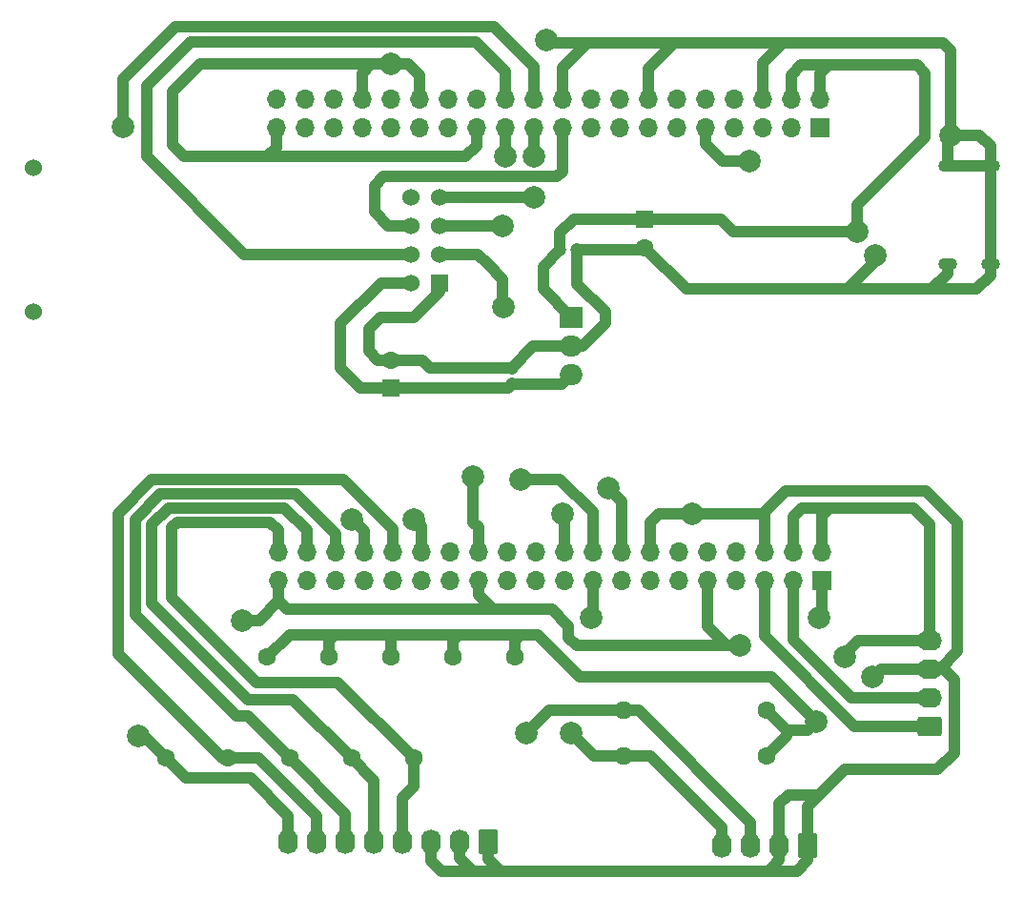
<source format=gbl>
G04 #@! TF.GenerationSoftware,KiCad,Pcbnew,8.0.5*
G04 #@! TF.CreationDate,2024-10-16T23:16:24+02:00*
G04 #@! TF.ProjectId,raspberry_pi_hat,72617370-6265-4727-9279-5f70695f6861,rev?*
G04 #@! TF.SameCoordinates,Original*
G04 #@! TF.FileFunction,Copper,L2,Bot*
G04 #@! TF.FilePolarity,Positive*
%FSLAX46Y46*%
G04 Gerber Fmt 4.6, Leading zero omitted, Abs format (unit mm)*
G04 Created by KiCad (PCBNEW 8.0.5) date 2024-10-16 23:16:24*
%MOMM*%
%LPD*%
G01*
G04 APERTURE LIST*
G04 Aperture macros list*
%AMRoundRect*
0 Rectangle with rounded corners*
0 $1 Rounding radius*
0 $2 $3 $4 $5 $6 $7 $8 $9 X,Y pos of 4 corners*
0 Add a 4 corners polygon primitive as box body*
4,1,4,$2,$3,$4,$5,$6,$7,$8,$9,$2,$3,0*
0 Add four circle primitives for the rounded corners*
1,1,$1+$1,$2,$3*
1,1,$1+$1,$4,$5*
1,1,$1+$1,$6,$7*
1,1,$1+$1,$8,$9*
0 Add four rect primitives between the rounded corners*
20,1,$1+$1,$2,$3,$4,$5,0*
20,1,$1+$1,$4,$5,$6,$7,0*
20,1,$1+$1,$6,$7,$8,$9,0*
20,1,$1+$1,$8,$9,$2,$3,0*%
%AMHorizOval*
0 Thick line with rounded ends*
0 $1 width*
0 $2 $3 position (X,Y) of the first rounded end (center of the circle)*
0 $4 $5 position (X,Y) of the second rounded end (center of the circle)*
0 Add line between two ends*
20,1,$1,$2,$3,$4,$5,0*
0 Add two circle primitives to create the rounded ends*
1,1,$1,$2,$3*
1,1,$1,$4,$5*%
G04 Aperture macros list end*
G04 #@! TA.AperFunction,ComponentPad*
%ADD10O,1.700000X1.700000*%
G04 #@! TD*
G04 #@! TA.AperFunction,ComponentPad*
%ADD11R,1.700000X1.700000*%
G04 #@! TD*
G04 #@! TA.AperFunction,ComponentPad*
%ADD12C,1.600000*%
G04 #@! TD*
G04 #@! TA.AperFunction,ComponentPad*
%ADD13HorizOval,1.600000X0.000000X0.000000X0.000000X0.000000X0*%
G04 #@! TD*
G04 #@! TA.AperFunction,ComponentPad*
%ADD14O,1.700000X1.100000*%
G04 #@! TD*
G04 #@! TA.AperFunction,ComponentPad*
%ADD15C,1.200000*%
G04 #@! TD*
G04 #@! TA.AperFunction,ComponentPad*
%ADD16RoundRect,0.250000X0.845000X-0.620000X0.845000X0.620000X-0.845000X0.620000X-0.845000X-0.620000X0*%
G04 #@! TD*
G04 #@! TA.AperFunction,ComponentPad*
%ADD17O,2.190000X1.740000*%
G04 #@! TD*
G04 #@! TA.AperFunction,ComponentPad*
%ADD18O,2.000000X1.905000*%
G04 #@! TD*
G04 #@! TA.AperFunction,ComponentPad*
%ADD19R,2.000000X1.905000*%
G04 #@! TD*
G04 #@! TA.AperFunction,ComponentPad*
%ADD20C,1.524000*%
G04 #@! TD*
G04 #@! TA.AperFunction,ComponentPad*
%ADD21R,1.524000X1.524000*%
G04 #@! TD*
G04 #@! TA.AperFunction,ComponentPad*
%ADD22RoundRect,0.250000X0.620000X0.845000X-0.620000X0.845000X-0.620000X-0.845000X0.620000X-0.845000X0*%
G04 #@! TD*
G04 #@! TA.AperFunction,ComponentPad*
%ADD23O,1.740000X2.190000*%
G04 #@! TD*
G04 #@! TA.AperFunction,ComponentPad*
%ADD24O,1.600000X1.600000*%
G04 #@! TD*
G04 #@! TA.AperFunction,ComponentPad*
%ADD25R,1.600000X1.600000*%
G04 #@! TD*
G04 #@! TA.AperFunction,ViaPad*
%ADD26C,2.000000*%
G04 #@! TD*
G04 #@! TA.AperFunction,Conductor*
%ADD27C,1.000000*%
G04 #@! TD*
G04 APERTURE END LIST*
D10*
X109955000Y-172842500D03*
X109955000Y-175382500D03*
X112495000Y-172842500D03*
X112495000Y-175382500D03*
X115035000Y-172842500D03*
X115035000Y-175382500D03*
X117575000Y-172842500D03*
X117575000Y-175382500D03*
X120115000Y-172842500D03*
X120115000Y-175382500D03*
X122655000Y-172842500D03*
X122655000Y-175382500D03*
X125195000Y-172842500D03*
X125195000Y-175382500D03*
X127735000Y-172842500D03*
X127735000Y-175382500D03*
X130275000Y-172842500D03*
X130275000Y-175382500D03*
X132815000Y-172842500D03*
X132815000Y-175382500D03*
X135355000Y-172842500D03*
X135355000Y-175382500D03*
X137895000Y-172842500D03*
X137895000Y-175382500D03*
X140435000Y-172842500D03*
X140435000Y-175382500D03*
X142975000Y-172842500D03*
X142975000Y-175382500D03*
X145515000Y-172842500D03*
X145515000Y-175382500D03*
X148055000Y-172842500D03*
X148055000Y-175382500D03*
X150595000Y-172842500D03*
X150595000Y-175382500D03*
X153135000Y-172842500D03*
X153135000Y-175382500D03*
X155675000Y-172842500D03*
X155675000Y-175382500D03*
X158215000Y-172842500D03*
D11*
X158215000Y-175382500D03*
D10*
X109795000Y-132605000D03*
X109795000Y-135145000D03*
X112335000Y-132605000D03*
X112335000Y-135145000D03*
X114875000Y-132605000D03*
X114875000Y-135145000D03*
X117415000Y-132605000D03*
X117415000Y-135145000D03*
X119955000Y-132605000D03*
X119955000Y-135145000D03*
X122495000Y-132605000D03*
X122495000Y-135145000D03*
X125035000Y-132605000D03*
X125035000Y-135145000D03*
X127575000Y-132605000D03*
X127575000Y-135145000D03*
X130115000Y-132605000D03*
X130115000Y-135145000D03*
X132655000Y-132605000D03*
X132655000Y-135145000D03*
X135195000Y-132605000D03*
X135195000Y-135145000D03*
X137735000Y-132605000D03*
X137735000Y-135145000D03*
X140275000Y-132605000D03*
X140275000Y-135145000D03*
X142815000Y-132605000D03*
X142815000Y-135145000D03*
X145355000Y-132605000D03*
X145355000Y-135145000D03*
X147895000Y-132605000D03*
X147895000Y-135145000D03*
X150435000Y-132605000D03*
X150435000Y-135145000D03*
X152975000Y-132605000D03*
X152975000Y-135145000D03*
X155515000Y-132605000D03*
X155515000Y-135145000D03*
X158055000Y-132605000D03*
D11*
X158055000Y-135145000D03*
D12*
X119990128Y-182172372D03*
D13*
X111009872Y-191152628D03*
D14*
X169400000Y-147220000D03*
X173200000Y-147220000D03*
X169400000Y-138580000D03*
X173200000Y-138580000D03*
D15*
X130700000Y-157950000D03*
X130700000Y-156450000D03*
D16*
X167790000Y-188292500D03*
D17*
X167790000Y-185752500D03*
X167790000Y-183212500D03*
X167790000Y-180672500D03*
D18*
X136000000Y-157080000D03*
X136000000Y-154540000D03*
D19*
X136000000Y-152000000D03*
D12*
X108990128Y-182172372D03*
D13*
X100009872Y-191152628D03*
D20*
X88187500Y-138712500D03*
X88187500Y-151512500D03*
X121747600Y-141292500D03*
X124287500Y-141292500D03*
X121747600Y-143832500D03*
X124287500Y-143832500D03*
X121747600Y-146372500D03*
X124287500Y-146372500D03*
X121747600Y-148912500D03*
D21*
X124287500Y-148912500D03*
D22*
X157000000Y-198912500D03*
D23*
X154460000Y-198912500D03*
X151920000Y-198912500D03*
X149380000Y-198912500D03*
D12*
X125500000Y-182172372D03*
D13*
X116519744Y-191152628D03*
D22*
X128640000Y-198537500D03*
D23*
X126100000Y-198537500D03*
X123560000Y-198537500D03*
X121020000Y-198537500D03*
X118480000Y-198537500D03*
X115940000Y-198537500D03*
X113400000Y-198537500D03*
X110860000Y-198537500D03*
D12*
X114490128Y-182172372D03*
D13*
X105509872Y-191152628D03*
D12*
X153350000Y-186912500D03*
D24*
X140650000Y-186912500D03*
D25*
X142500000Y-143294888D03*
D12*
X142500000Y-145794888D03*
X153350000Y-190912500D03*
D24*
X140650000Y-190912500D03*
D25*
X120000000Y-158305112D03*
D12*
X120000000Y-155805112D03*
D15*
X135000000Y-146000000D03*
X136500000Y-146000000D03*
D13*
X122009872Y-191152628D03*
D12*
X130990128Y-182172372D03*
D26*
X136000000Y-188912500D03*
X132000000Y-188912500D03*
X97500000Y-189162500D03*
X146750000Y-169412500D03*
X135250000Y-169412500D03*
X139250000Y-167162500D03*
X131500000Y-166412500D03*
X127250000Y-166162500D03*
X106750000Y-178912500D03*
X122000000Y-169912500D03*
X116500000Y-169912500D03*
X151000000Y-181162500D03*
X157750000Y-187912500D03*
X160250000Y-182162500D03*
X162750000Y-183912500D03*
X137750000Y-178662500D03*
X158000000Y-178662500D03*
X151800000Y-138100000D03*
X96200000Y-135100000D03*
X130000000Y-151100000D03*
X132700000Y-141300000D03*
X132700000Y-137700000D03*
X130100000Y-137700000D03*
X129900000Y-143832500D03*
X133800000Y-127400000D03*
X120000000Y-129500000D03*
X169700000Y-135800000D03*
X161400000Y-144400000D03*
X163000000Y-146500000D03*
D27*
X128640000Y-200052500D02*
X129750000Y-201162500D01*
X128640000Y-198537500D02*
X128640000Y-200052500D01*
X129750000Y-201162500D02*
X153500000Y-201162500D01*
X127250000Y-201162500D02*
X129750000Y-201162500D01*
X126100000Y-200012500D02*
X127250000Y-201162500D01*
X126100000Y-198537500D02*
X126100000Y-200012500D01*
X124500000Y-201162500D02*
X127250000Y-201162500D01*
X123560000Y-200222500D02*
X124500000Y-201162500D01*
X123560000Y-198537500D02*
X123560000Y-200222500D01*
X134000000Y-186912500D02*
X140650000Y-186912500D01*
X132000000Y-188912500D02*
X134000000Y-186912500D01*
X136000000Y-188912500D02*
X138000000Y-190912500D01*
X138000000Y-190912500D02*
X140650000Y-190912500D01*
X95750000Y-181912500D02*
X104990128Y-191152628D01*
X98750000Y-166412500D02*
X95750000Y-169412500D01*
X95750000Y-169412500D02*
X95750000Y-181912500D01*
X115750000Y-166412500D02*
X98750000Y-166412500D01*
X120115000Y-170777500D02*
X115750000Y-166412500D01*
X104990128Y-191152628D02*
X105509872Y-191152628D01*
X120115000Y-172842500D02*
X120115000Y-170777500D01*
X110860000Y-196272500D02*
X110860000Y-198537500D01*
X107500000Y-192912500D02*
X110860000Y-196272500D01*
X101769744Y-192912500D02*
X107500000Y-192912500D01*
X100009872Y-191152628D02*
X101769744Y-192912500D01*
X113400000Y-196312500D02*
X113400000Y-198537500D01*
X108240128Y-191152628D02*
X113400000Y-196312500D01*
X105509872Y-191152628D02*
X108240128Y-191152628D01*
X121020000Y-194642500D02*
X121020000Y-198537500D01*
X122009872Y-191152628D02*
X122009872Y-193652628D01*
X122009872Y-193652628D02*
X121020000Y-194642500D01*
X118480000Y-193112884D02*
X118480000Y-198537500D01*
X116519744Y-191152628D02*
X118480000Y-193112884D01*
X115940000Y-196082756D02*
X115940000Y-198537500D01*
X111009872Y-191152628D02*
X115940000Y-196082756D01*
X97500000Y-189162500D02*
X98019744Y-189162500D01*
X98019744Y-189162500D02*
X100009872Y-191152628D01*
X127735000Y-170647500D02*
X127735000Y-172842500D01*
X127250000Y-170162500D02*
X127735000Y-170647500D01*
X127250000Y-166162500D02*
X127250000Y-170162500D01*
X137895000Y-169307500D02*
X137895000Y-172842500D01*
X131500000Y-166412500D02*
X135000000Y-166412500D01*
X135000000Y-166412500D02*
X137895000Y-169307500D01*
X135355000Y-169517500D02*
X135250000Y-169412500D01*
X135355000Y-172842500D02*
X135355000Y-169517500D01*
X140435000Y-168347500D02*
X140435000Y-172842500D01*
X139250000Y-167162500D02*
X140435000Y-168347500D01*
X110000000Y-177162500D02*
X110750000Y-177912500D01*
X106750000Y-178912500D02*
X108250000Y-178912500D01*
X108250000Y-178912500D02*
X110000000Y-177162500D01*
X109955000Y-177117500D02*
X110000000Y-177162500D01*
X107269744Y-187412500D02*
X111009872Y-191152628D01*
X97250000Y-178412500D02*
X106250000Y-187412500D01*
X111500000Y-167662500D02*
X99500000Y-167662500D01*
X99500000Y-167662500D02*
X97250000Y-169912500D01*
X115035000Y-171197500D02*
X111500000Y-167662500D01*
X106250000Y-187412500D02*
X107269744Y-187412500D01*
X115035000Y-172842500D02*
X115035000Y-171197500D01*
X97250000Y-169912500D02*
X97250000Y-178412500D01*
X111279616Y-185912500D02*
X116519744Y-191152628D01*
X107250000Y-185912500D02*
X111279616Y-185912500D01*
X112495000Y-170907500D02*
X112495000Y-172842500D01*
X110500000Y-168912500D02*
X112495000Y-170907500D01*
X100250000Y-168912500D02*
X110500000Y-168912500D01*
X98750000Y-170412500D02*
X100250000Y-168912500D01*
X107250000Y-185912500D02*
X98750000Y-177412500D01*
X98750000Y-177412500D02*
X98750000Y-170412500D01*
X109955000Y-170867500D02*
X109955000Y-172842500D01*
X101000000Y-170162500D02*
X109250000Y-170162500D01*
X109250000Y-170162500D02*
X109955000Y-170867500D01*
X100500000Y-170662500D02*
X101000000Y-170162500D01*
X100500000Y-176912500D02*
X100500000Y-170662500D01*
X108000000Y-184412500D02*
X100500000Y-176912500D01*
X122009872Y-191152628D02*
X115269744Y-184412500D01*
X115269744Y-184412500D02*
X108000000Y-184412500D01*
X114490128Y-180672372D02*
X115000000Y-180162500D01*
X114490128Y-182172372D02*
X114490128Y-180672372D01*
X111000000Y-180162500D02*
X115000000Y-180162500D01*
X115000000Y-180162500D02*
X120000000Y-180162500D01*
X119990128Y-180172372D02*
X120000000Y-180162500D01*
X119990128Y-182172372D02*
X119990128Y-180172372D01*
X120000000Y-180162500D02*
X126000000Y-180162500D01*
X125500000Y-180662500D02*
X126000000Y-180162500D01*
X125500000Y-182172372D02*
X125500000Y-180662500D01*
X126000000Y-180162500D02*
X131500000Y-180162500D01*
X130990128Y-180672372D02*
X131500000Y-180162500D01*
X130990128Y-182172372D02*
X130990128Y-180672372D01*
X131500000Y-180162500D02*
X133000000Y-180162500D01*
X153750000Y-183912500D02*
X157750000Y-187912500D01*
X136750000Y-183912500D02*
X153750000Y-183912500D01*
X133000000Y-180162500D02*
X136750000Y-183912500D01*
X108990128Y-182172372D02*
X111000000Y-180162500D01*
X122655000Y-170567500D02*
X122000000Y-169912500D01*
X122655000Y-172842500D02*
X122655000Y-170567500D01*
X117575000Y-170987500D02*
X116500000Y-169912500D01*
X117575000Y-172842500D02*
X117575000Y-170987500D01*
X155100000Y-189162500D02*
X155100000Y-188662500D01*
X153350000Y-190912500D02*
X155100000Y-189162500D01*
X155100000Y-188662500D02*
X154350000Y-187912500D01*
X157000000Y-188662500D02*
X155100000Y-188662500D01*
X157750000Y-187912500D02*
X157000000Y-188662500D01*
X154350000Y-187912500D02*
X153350000Y-186912500D01*
X148055000Y-179467500D02*
X149750000Y-181162500D01*
X148055000Y-175382500D02*
X148055000Y-179467500D01*
X149750000Y-181162500D02*
X151000000Y-181162500D01*
X136500000Y-181162500D02*
X149750000Y-181162500D01*
X135750000Y-180412500D02*
X136500000Y-181162500D01*
X135750000Y-179412500D02*
X135750000Y-180412500D01*
X134250000Y-177912500D02*
X135750000Y-179412500D01*
X129000000Y-177912500D02*
X134250000Y-177912500D01*
X161490000Y-180672500D02*
X160250000Y-181912500D01*
X167790000Y-180672500D02*
X161490000Y-180672500D01*
X162750000Y-183912500D02*
X163450000Y-183212500D01*
X163450000Y-183212500D02*
X167790000Y-183212500D01*
X127735000Y-175382500D02*
X127735000Y-176647500D01*
X127735000Y-176647500D02*
X129000000Y-177912500D01*
X110750000Y-177912500D02*
X129000000Y-177912500D01*
X109955000Y-175382500D02*
X109955000Y-177117500D01*
X149380000Y-197292500D02*
X143000000Y-190912500D01*
X149380000Y-198912500D02*
X149380000Y-197292500D01*
X143000000Y-190912500D02*
X140650000Y-190912500D01*
X142000000Y-186912500D02*
X140650000Y-186912500D01*
X151920000Y-196832500D02*
X142000000Y-186912500D01*
X151920000Y-198912500D02*
X151920000Y-196832500D01*
X157000000Y-200162500D02*
X157000000Y-198912500D01*
X156000000Y-201162500D02*
X157000000Y-200162500D01*
X153500000Y-201162500D02*
X156000000Y-201162500D01*
X153500000Y-201162500D02*
X153750000Y-200912500D01*
X154460000Y-200202500D02*
X153750000Y-200912500D01*
X154460000Y-198912500D02*
X154460000Y-200202500D01*
X158000000Y-194412500D02*
X158125000Y-194287500D01*
X160250000Y-192162500D02*
X158125000Y-194287500D01*
X158125000Y-194287500D02*
X157000000Y-195412500D01*
X154460000Y-195202500D02*
X155250000Y-194412500D01*
X154460000Y-198912500D02*
X154460000Y-195202500D01*
X155250000Y-194412500D02*
X158000000Y-194412500D01*
X157000000Y-195412500D02*
X157000000Y-198912500D01*
X170000000Y-190662500D02*
X168500000Y-192162500D01*
X170000000Y-184162500D02*
X170000000Y-190662500D01*
X169050000Y-183212500D02*
X170000000Y-184162500D01*
X167790000Y-183212500D02*
X169050000Y-183212500D01*
X168500000Y-192162500D02*
X160250000Y-192162500D01*
X161130000Y-188292500D02*
X167790000Y-188292500D01*
X153135000Y-180297500D02*
X161130000Y-188292500D01*
X153135000Y-178617500D02*
X153135000Y-180297500D01*
X155720000Y-180632500D02*
X160840000Y-185752500D01*
X155720000Y-178632500D02*
X155720000Y-180632500D01*
X155675000Y-178587500D02*
X155720000Y-178632500D01*
X160840000Y-185752500D02*
X167790000Y-185752500D01*
X155675000Y-175382500D02*
X155675000Y-178587500D01*
X153000000Y-169412500D02*
X153135000Y-169277500D01*
X143750000Y-169412500D02*
X153000000Y-169412500D01*
X142975000Y-170187500D02*
X143750000Y-169412500D01*
X142975000Y-172842500D02*
X142975000Y-170187500D01*
X170250000Y-170162500D02*
X167500000Y-167412500D01*
X153135000Y-169277500D02*
X153135000Y-172842500D01*
X170250000Y-181662500D02*
X170250000Y-170162500D01*
X168700000Y-183212500D02*
X170250000Y-181662500D01*
X167500000Y-167412500D02*
X155000000Y-167412500D01*
X167790000Y-183212500D02*
X168700000Y-183212500D01*
X155000000Y-167412500D02*
X153135000Y-169277500D01*
X137895000Y-178517500D02*
X137750000Y-178662500D01*
X137895000Y-175382500D02*
X137895000Y-178517500D01*
X158215000Y-178197500D02*
X158000000Y-178412500D01*
X158215000Y-175382500D02*
X158215000Y-178197500D01*
X158215000Y-169647500D02*
X158910000Y-168952500D01*
X158910000Y-168952500D02*
X166340000Y-168952500D01*
X156430000Y-168952500D02*
X158910000Y-168952500D01*
X158215000Y-172842500D02*
X158215000Y-169647500D01*
X167790000Y-170402500D02*
X167790000Y-180672500D01*
X155675000Y-169707500D02*
X156430000Y-168952500D01*
X155675000Y-172842500D02*
X155675000Y-169707500D01*
X166340000Y-168952500D02*
X167790000Y-170402500D01*
X153135000Y-178617500D02*
X153120000Y-178632500D01*
X153135000Y-175382500D02*
X153135000Y-178617500D01*
X149400000Y-138100000D02*
X147895000Y-136595000D01*
X151800000Y-138100000D02*
X149400000Y-138100000D01*
X147895000Y-136595000D02*
X147895000Y-135145000D01*
X96200000Y-130800000D02*
X96200000Y-135000000D01*
X100800000Y-126200000D02*
X96200000Y-130800000D01*
X129100000Y-126200000D02*
X100800000Y-126200000D01*
X132655000Y-129755000D02*
X129100000Y-126200000D01*
X132655000Y-132605000D02*
X132655000Y-129755000D01*
X129900000Y-148600000D02*
X129900000Y-151000000D01*
X128600000Y-147300000D02*
X129900000Y-148600000D01*
X127672500Y-146372500D02*
X128600000Y-147300000D01*
X124287500Y-146372500D02*
X127672500Y-146372500D01*
X134700000Y-139500000D02*
X119300000Y-139500000D01*
X118500000Y-140300000D02*
X118500000Y-142600000D01*
X118500000Y-142600000D02*
X119732500Y-143832500D01*
X119732500Y-143832500D02*
X121747600Y-143832500D01*
X135195000Y-139005000D02*
X134700000Y-139500000D01*
X119300000Y-139500000D02*
X118500000Y-140300000D01*
X135195000Y-135145000D02*
X135195000Y-139005000D01*
X132600000Y-141300000D02*
X132700000Y-141400000D01*
X128200000Y-141300000D02*
X132600000Y-141300000D01*
X132655000Y-137455000D02*
X132700000Y-137500000D01*
X132655000Y-135145000D02*
X132655000Y-137455000D01*
X130115000Y-135145000D02*
X130115000Y-137585000D01*
X130100000Y-137600000D02*
X130115000Y-137585000D01*
X109795000Y-136905000D02*
X109000000Y-137700000D01*
X109795000Y-135145000D02*
X109795000Y-136905000D01*
X109000000Y-137700000D02*
X126600000Y-137700000D01*
X101600000Y-137700000D02*
X109000000Y-137700000D01*
X127575000Y-136725000D02*
X127575000Y-135145000D01*
X100600000Y-131900000D02*
X100600000Y-136700000D01*
X126600000Y-137700000D02*
X127575000Y-136725000D01*
X103000000Y-129500000D02*
X100600000Y-131900000D01*
X100600000Y-136700000D02*
X101600000Y-137700000D01*
X118200000Y-129500000D02*
X103000000Y-129500000D01*
X124120000Y-143832500D02*
X129900000Y-143832500D01*
X128192500Y-141292500D02*
X128200000Y-141300000D01*
X124287500Y-141292500D02*
X128192500Y-141292500D01*
X106972500Y-146372500D02*
X121747600Y-146372500D01*
X98300000Y-131400000D02*
X98300000Y-137700000D01*
X98300000Y-137700000D02*
X106972500Y-146372500D01*
X127500000Y-127500000D02*
X102200000Y-127500000D01*
X102200000Y-127500000D02*
X98300000Y-131400000D01*
X130115000Y-130115000D02*
X127500000Y-127500000D01*
X130115000Y-132605000D02*
X130115000Y-130115000D01*
X134000000Y-127600000D02*
X133800000Y-127400000D01*
X137400000Y-127600000D02*
X134000000Y-127600000D01*
X118200000Y-129500000D02*
X120000000Y-129500000D01*
X117415000Y-130285000D02*
X118200000Y-129500000D01*
X117415000Y-132605000D02*
X117415000Y-130285000D01*
X121500000Y-129500000D02*
X120000000Y-129500000D01*
X122495000Y-132605000D02*
X122495000Y-130495000D01*
X122495000Y-130495000D02*
X121500000Y-129500000D01*
X135195000Y-129805000D02*
X137400000Y-127600000D01*
X137400000Y-127600000D02*
X145100000Y-127600000D01*
X135195000Y-132605000D02*
X135195000Y-129805000D01*
X142815000Y-129885000D02*
X145100000Y-127600000D01*
X142815000Y-132605000D02*
X142815000Y-129885000D01*
X145100000Y-127600000D02*
X154800000Y-127600000D01*
X169000000Y-127600000D02*
X169700000Y-128300000D01*
X154800000Y-127600000D02*
X169000000Y-127600000D01*
X169700000Y-128300000D02*
X169700000Y-135800000D01*
X152975000Y-129425000D02*
X154800000Y-127600000D01*
X152975000Y-132605000D02*
X152975000Y-129425000D01*
X172200000Y-135800000D02*
X169700000Y-135800000D01*
X173200000Y-136800000D02*
X172200000Y-135800000D01*
X173200000Y-138580000D02*
X173200000Y-136800000D01*
X169400000Y-136100000D02*
X169700000Y-135800000D01*
X169400000Y-138580000D02*
X169400000Y-136100000D01*
X156400000Y-129600000D02*
X158800000Y-129600000D01*
X155515000Y-130485000D02*
X156400000Y-129600000D01*
X155515000Y-132605000D02*
X155515000Y-130485000D01*
X166700000Y-129600000D02*
X167400000Y-130300000D01*
X161400000Y-142000000D02*
X161400000Y-144400000D01*
X158800000Y-129600000D02*
X166700000Y-129600000D01*
X167400000Y-130300000D02*
X167400000Y-136000000D01*
X158055000Y-130345000D02*
X158800000Y-129600000D01*
X167400000Y-136000000D02*
X161400000Y-142000000D01*
X158055000Y-132605000D02*
X158055000Y-130345000D01*
X148694888Y-143294888D02*
X142500000Y-143294888D01*
X149300000Y-143300000D02*
X148700000Y-143300000D01*
X148700000Y-143300000D02*
X148694888Y-143294888D01*
X150400000Y-144400000D02*
X149300000Y-143300000D01*
X161400000Y-144400000D02*
X150400000Y-144400000D01*
X163000000Y-147000000D02*
X163000000Y-146500000D01*
X160500000Y-149500000D02*
X163000000Y-147000000D01*
X160500000Y-149500000D02*
X146205112Y-149500000D01*
X168000000Y-149500000D02*
X160500000Y-149500000D01*
X169400000Y-138580000D02*
X173200000Y-138580000D01*
X173200000Y-138580000D02*
X173200000Y-147220000D01*
X146205112Y-149500000D02*
X142500000Y-145794888D01*
X172000000Y-149500000D02*
X168000000Y-149500000D01*
X173200000Y-148300000D02*
X172000000Y-149500000D01*
X173200000Y-147220000D02*
X173200000Y-148300000D01*
X169400000Y-148100000D02*
X168000000Y-149500000D01*
X169400000Y-147220000D02*
X169400000Y-148100000D01*
X136205112Y-143294888D02*
X142500000Y-143294888D01*
X135000000Y-146000000D02*
X135000000Y-144500000D01*
X135000000Y-144500000D02*
X136205112Y-143294888D01*
X142400000Y-146000000D02*
X142500000Y-146100000D01*
X136500000Y-146000000D02*
X142400000Y-146000000D01*
X133500000Y-149500000D02*
X133500000Y-147500000D01*
X133500000Y-147500000D02*
X135000000Y-146000000D01*
X136000000Y-152000000D02*
X133500000Y-149500000D01*
X139000000Y-152500000D02*
X139000000Y-151500000D01*
X136500000Y-149000000D02*
X136500000Y-146000000D01*
X136960000Y-154540000D02*
X139000000Y-152500000D01*
X136000000Y-154540000D02*
X136960000Y-154540000D01*
X139000000Y-151500000D02*
X136500000Y-149000000D01*
X122805112Y-155805112D02*
X120000000Y-155805112D01*
X123450000Y-156450000D02*
X122805112Y-155805112D01*
X130700000Y-156450000D02*
X123450000Y-156450000D01*
X132610000Y-154540000D02*
X130700000Y-156450000D01*
X136000000Y-154540000D02*
X132610000Y-154540000D01*
X135130000Y-157950000D02*
X130700000Y-157950000D01*
X136000000Y-157080000D02*
X135130000Y-157950000D01*
X130344888Y-158305112D02*
X130700000Y-157950000D01*
X120000000Y-158305112D02*
X130344888Y-158305112D01*
X115500000Y-156500000D02*
X117305112Y-158305112D01*
X117305112Y-158305112D02*
X120000000Y-158305112D01*
X115500000Y-152500000D02*
X115500000Y-156500000D01*
X119087500Y-148912500D02*
X115500000Y-152500000D01*
X121747600Y-148912500D02*
X119087500Y-148912500D01*
X118000000Y-153000000D02*
X119000000Y-152000000D01*
X119000000Y-152000000D02*
X122000000Y-152000000D01*
X118805112Y-155805112D02*
X118000000Y-155000000D01*
X122000000Y-152000000D02*
X124287500Y-149712500D01*
X120000000Y-155805112D02*
X118805112Y-155805112D01*
X118000000Y-155000000D02*
X118000000Y-153000000D01*
X124287500Y-149712500D02*
X124287500Y-148912500D01*
M02*

</source>
